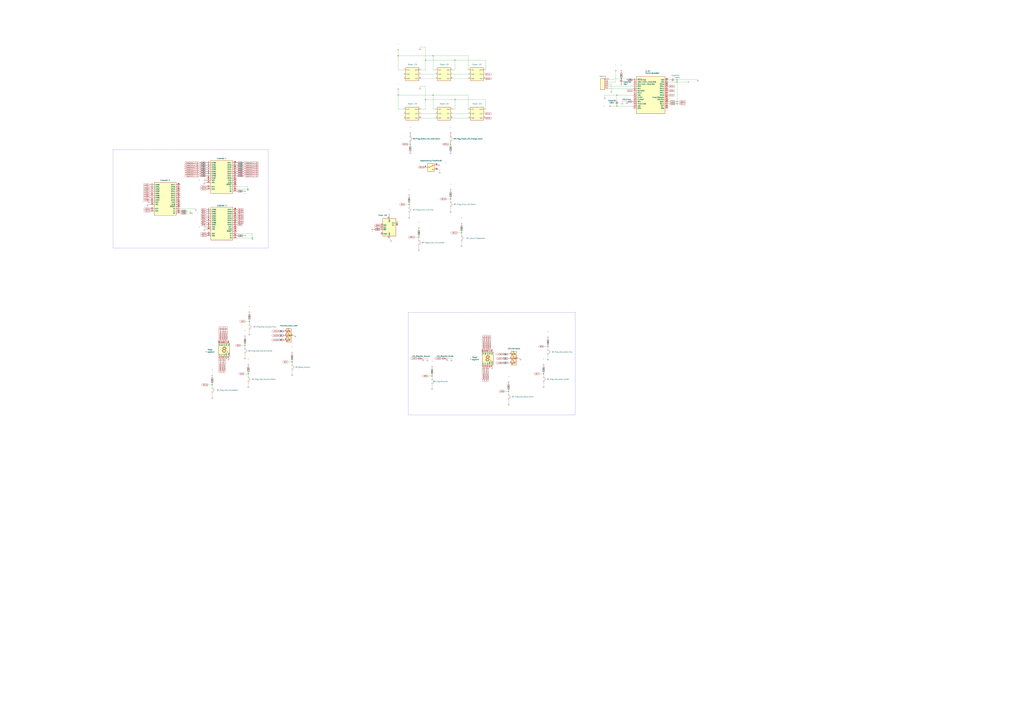
<source format=kicad_sch>
(kicad_sch (version 20211123) (generator eeschema)
  (paper "A0")
  (junction (at 631.19 434.34))
  (junction (at 462.28 110.49))
  (junction (at 502.92 64.77))
  (junction (at 523.24 167.64))
  (junction (at 476.25 167.64))
  (junction (at 502.92 110.49))
  (junction (at 474.98 237.49))
  (junction (at 721.36 91.44))
  (junction (at 786.13 118.11))
  (junction (at 523.24 231.14))
  (junction (at 339.09 420.37))
  (junction (at 528.32 115.57))
  (junction (at 486.41 275.59))
  (junction (at 293.116 276.3774))
  (junction (at 462.28 64.77))
  (junction (at 220.98 247.65))
  (junction (at 716.28 110.49))
  (junction (at 494.03 69.85))
  (junction (at 284.48 401.32))
  (junction (at 786.13 95.25))
  (junction (at 494.03 115.57))
  (junction (at 535.94 270.51))
  (junction (at 288.29 434.34))
  (junction (at 786.13 120.65))
  (junction (at 246.38 447.04))
  (junction (at 501.65 436.88))
  (junction (at 786.13 92.71))
  (junction (at 287.8328 219.6084))
  (junction (at 289.56 373.38))
  (junction (at 716.28 123.19))
  (junction (at 590.55 454.66))
  (junction (at 528.32 69.85))
  (junction (at 636.27 402.59))
  (wire (pts (xy 462.28 64.77) (xy 462.28 59.69)))
  (wire (pts (xy 810.26 92.71) (xy 786.13 92.71)))
  (wire (pts (xy 523.24 231.14) (xy 523.24 232.41)))
  (wire (pts (xy 209.55 242.57) (xy 227.33 242.57)))
  (wire (pts (xy 786.13 120.65) (xy 784.86 120.65)))
  (wire (pts (xy 716.28 110.49) (xy 716.28 116.84)))
  (polyline (pts (xy 311.3786 288.0614) (xy 131.2164 288.0614)))
  (wire (pts (xy 288.29 433.07) (xy 288.29 434.34)))
  (wire (pts (xy 706.12 92.71) (xy 712.47 92.71)))
  (wire (pts (xy 590.55 466.09) (xy 590.55 468.63)))
  (wire (pts (xy 494.03 54.61) (xy 494.03 69.85)))
  (wire (pts (xy 502.92 110.49) (xy 502.92 127)))
  (wire (pts (xy 525.78 91.44) (xy 543.56 91.44)))
  (wire (pts (xy 523.24 168.91) (xy 523.24 167.64)))
  (wire (pts (xy 275.336 276.3774) (xy 293.116 276.3774)))
  (wire (pts (xy 494.03 115.57) (xy 494.03 127)))
  (wire (pts (xy 217.17 245.11) (xy 220.98 245.11)))
  (wire (pts (xy 486.41 274.32) (xy 486.41 275.59)))
  (wire (pts (xy 715.01 83.82) (xy 715.01 95.25)))
  (polyline (pts (xy 311.3786 173.9138) (xy 311.3786 288.0614)))
  (wire (pts (xy 334.01 420.37) (xy 339.09 420.37)))
  (polyline (pts (xy 474.2434 362.9914) (xy 474.2434 482.0666)))
  (wire (pts (xy 474.98 236.22) (xy 474.98 237.49)))
  (wire (pts (xy 501.65 436.88) (xy 501.65 438.15)))
  (wire (pts (xy 709.93 97.79) (xy 709.93 105.41)))
  (wire (pts (xy 491.3122 416.4584) (xy 496.3922 416.4584)))
  (wire (pts (xy 339.09 420.37) (xy 339.09 421.64)))
  (wire (pts (xy 486.41 287.02) (xy 486.41 289.56)))
  (wire (pts (xy 523.24 242.57) (xy 523.24 245.11)))
  (wire (pts (xy 476.25 167.64) (xy 476.25 166.37)))
  (wire (pts (xy 287.8328 217.0684) (xy 287.8328 219.6084)))
  (wire (pts (xy 275.1328 219.6084) (xy 287.8328 219.6084)))
  (wire (pts (xy 284.48 400.05) (xy 284.48 401.32)))
  (wire (pts (xy 501.65 435.61) (xy 501.65 436.88)))
  (polyline (pts (xy 131.2164 173.9138) (xy 311.3786 173.9138)))
  (wire (pts (xy 289.56 373.38) (xy 289.56 374.65)))
  (wire (pts (xy 716.28 123.19) (xy 716.28 121.92)))
  (wire (pts (xy 488.95 86.36) (xy 505.46 86.36)))
  (wire (pts (xy 786.13 95.25) (xy 797.56 95.25)))
  (wire (pts (xy 528.32 115.57) (xy 494.03 115.57)))
  (wire (pts (xy 462.28 127) (xy 462.28 110.49)))
  (wire (pts (xy 528.32 81.28) (xy 528.32 69.85)))
  (wire (pts (xy 563.88 127) (xy 563.88 115.57)))
  (wire (pts (xy 523.24 229.87) (xy 523.24 231.14)))
  (wire (pts (xy 293.116 271.2974) (xy 293.116 276.3774)))
  (wire (pts (xy 631.19 445.77) (xy 631.19 448.31)))
  (wire (pts (xy 563.88 81.28) (xy 563.88 69.85)))
  (wire (pts (xy 786.13 95.25) (xy 786.13 118.11)))
  (wire (pts (xy 474.98 237.49) (xy 474.98 238.76)))
  (wire (pts (xy 510.54 199.39) (xy 510.54 196.85)))
  (wire (pts (xy 523.24 167.64) (xy 523.24 166.37)))
  (wire (pts (xy 468.63 81.28) (xy 462.28 81.28)))
  (wire (pts (xy 468.63 127) (xy 462.28 127)))
  (wire (pts (xy 788.67 118.11) (xy 786.13 118.11)))
  (wire (pts (xy 505.46 81.28) (xy 502.92 81.28)))
  (wire (pts (xy 476.25 168.91) (xy 476.25 167.64)))
  (wire (pts (xy 481.33 275.59) (xy 486.41 275.59)))
  (wire (pts (xy 590.55 454.66) (xy 590.55 455.93)))
  (wire (pts (xy 288.29 445.77) (xy 288.29 448.31)))
  (wire (pts (xy 284.48 412.75) (xy 284.48 415.29)))
  (wire (pts (xy 487.68 100.33) (xy 494.03 100.33)))
  (polyline (pts (xy 667.4358 362.712) (xy 667.7406 362.712)))
  (wire (pts (xy 626.11 434.34) (xy 631.19 434.34)))
  (wire (pts (xy 535.94 269.24) (xy 535.94 270.51)))
  (wire (pts (xy 488.95 132.08) (xy 505.46 132.08)))
  (wire (pts (xy 289.56 372.11) (xy 289.56 373.38)))
  (wire (pts (xy 462.28 81.28) (xy 462.28 64.77)))
  (wire (pts (xy 563.88 115.57) (xy 528.32 115.57)))
  (wire (pts (xy 502.92 64.77) (xy 543.56 64.77)))
  (wire (pts (xy 237.236 266.2174) (xy 239.776 266.2174)))
  (wire (pts (xy 488.95 91.44) (xy 505.46 91.44)))
  (wire (pts (xy 636.27 402.59) (xy 636.27 403.86)))
  (wire (pts (xy 520.7 167.64) (xy 523.24 167.64)))
  (wire (pts (xy 494.03 81.28) (xy 488.95 81.28)))
  (wire (pts (xy 528.32 127) (xy 528.32 115.57)))
  (wire (pts (xy 716.28 110.49) (xy 735.33 110.49)))
  (wire (pts (xy 486.41 275.59) (xy 486.41 276.86)))
  (wire (pts (xy 604.3422 416.4584) (xy 601.8022 416.4584)))
  (wire (pts (xy 590.55 411.48) (xy 591.82 411.48)))
  (wire (pts (xy 502.92 110.49) (xy 543.56 110.49)))
  (wire (pts (xy 709.93 123.19) (xy 716.28 123.19)))
  (wire (pts (xy 279.4 401.32) (xy 284.48 401.32)))
  (wire (pts (xy 217.17 247.65) (xy 220.98 247.65)))
  (wire (pts (xy 487.68 54.61) (xy 494.03 54.61)))
  (wire (pts (xy 727.71 118.11) (xy 722.63 118.11)))
  (wire (pts (xy 496.3922 417.7284) (xy 496.3922 416.4584)))
  (wire (pts (xy 275.1328 217.0684) (xy 287.8328 217.0684)))
  (wire (pts (xy 283.21 434.34) (xy 288.29 434.34)))
  (wire (pts (xy 275.336 271.2974) (xy 293.116 271.2974)))
  (wire (pts (xy 501.65 448.31) (xy 501.65 450.85)))
  (wire (pts (xy 519.2522 416.4584) (xy 524.3322 416.4584)))
  (wire (pts (xy 775.97 92.71) (xy 778.51 92.71)))
  (polyline (pts (xy 474.2434 482.0666) (xy 667.7406 482.0666)))
  (wire (pts (xy 246.38 458.47) (xy 246.38 461.01)))
  (wire (pts (xy 524.3322 417.7284) (xy 524.3322 416.4584)))
  (wire (pts (xy 284.48 401.32) (xy 284.48 402.59)))
  (wire (pts (xy 487.68 55.88) (xy 487.68 54.61)))
  (wire (pts (xy 722.63 119.38) (xy 722.63 118.11)))
  (wire (pts (xy 237.0328 211.9884) (xy 239.5728 211.9884)))
  (polyline (pts (xy 668.02 362.9914) (xy 474.2434 362.9914)))
  (wire (pts (xy 452.12 276.86) (xy 453.898 278.5618)))
  (wire (pts (xy 788.67 120.65) (xy 786.13 120.65)))
  (wire (pts (xy 543.56 81.28) (xy 543.56 64.77)))
  (wire (pts (xy 786.13 118.11) (xy 786.13 120.65)))
  (wire (pts (xy 590.55 416.56) (xy 591.82 416.56)))
  (wire (pts (xy 543.56 127) (xy 543.56 110.49)))
  (wire (pts (xy 786.13 92.71) (xy 786.13 95.25)))
  (wire (pts (xy 469.9 237.49) (xy 474.98 237.49)))
  (wire (pts (xy 474.98 248.92) (xy 474.98 251.46)))
  (wire (pts (xy 462.28 110.49) (xy 462.28 105.41)))
  (wire (pts (xy 706.12 95.25) (xy 715.01 95.25)))
  (wire (pts (xy 706.12 102.87) (xy 735.33 102.87)))
  (wire (pts (xy 721.36 91.44) (xy 727.71 91.44)))
  (wire (pts (xy 508 196.85) (xy 510.54 196.85)))
  (wire (pts (xy 631.19 433.07) (xy 631.19 434.34)))
  (wire (pts (xy 631.19 402.59) (xy 636.27 402.59)))
  (wire (pts (xy 716.28 123.19) (xy 735.33 123.19)))
  (wire (pts (xy 246.38 447.04) (xy 246.38 448.31)))
  (wire (pts (xy 528.32 69.85) (xy 494.03 69.85)))
  (wire (pts (xy 783.59 92.71) (xy 786.13 92.71)))
  (wire (pts (xy 502.92 64.77) (xy 502.92 81.28)))
  (wire (pts (xy 525.78 132.08) (xy 543.56 132.08)))
  (wire (pts (xy 339.09 419.1) (xy 339.09 420.37)))
  (wire (pts (xy 712.47 91.44) (xy 721.36 91.44)))
  (wire (pts (xy 525.78 86.36) (xy 543.56 86.36)))
  (polyline (pts (xy 131.2164 288.0614) (xy 131.2164 173.7106)))
  (wire (pts (xy 712.47 92.71) (xy 712.47 91.44)))
  (wire (pts (xy 727.71 91.44) (xy 727.71 92.71)))
  (wire (pts (xy 494.03 100.33) (xy 494.03 115.57)))
  (wire (pts (xy 535.94 281.94) (xy 535.94 284.48)))
  (wire (pts (xy 775.97 95.25) (xy 786.13 95.25)))
  (wire (pts (xy 706.12 100.33) (xy 735.33 100.33)))
  (wire (pts (xy 590.55 421.64) (xy 591.82 421.64)))
  (wire (pts (xy 786.13 118.11) (xy 784.86 118.11)))
  (wire (pts (xy 631.19 434.34) (xy 631.19 435.61)))
  (wire (pts (xy 525.78 127) (xy 528.32 127)))
  (wire (pts (xy 241.3 447.04) (xy 246.38 447.04)))
  (wire (pts (xy 487.68 101.6) (xy 487.68 100.33)))
  (wire (pts (xy 246.38 445.77) (xy 246.38 447.04)))
  (wire (pts (xy 171.45 237.49) (xy 173.99 237.49)))
  (wire (pts (xy 494.03 69.85) (xy 494.03 81.28)))
  (wire (pts (xy 530.86 270.51) (xy 535.94 270.51)))
  (wire (pts (xy 488.95 137.16) (xy 505.46 137.16)))
  (wire (pts (xy 702.31 110.49) (xy 716.28 110.49)))
  (wire (pts (xy 220.98 245.11) (xy 220.98 247.65)))
  (wire (pts (xy 462.28 64.77) (xy 502.92 64.77)))
  (wire (pts (xy 339.09 431.8) (xy 339.09 434.34)))
  (wire (pts (xy 702.31 113.03) (xy 702.31 110.49)))
  (wire (pts (xy 525.78 81.28) (xy 528.32 81.28)))
  (wire (pts (xy 494.03 127) (xy 488.95 127)))
  (wire (pts (xy 289.56 384.81) (xy 289.56 387.35)))
  (wire (pts (xy 636.27 414.02) (xy 636.27 416.56)))
  (wire (pts (xy 518.16 231.14) (xy 523.24 231.14)))
  (wire (pts (xy 288.29 434.34) (xy 288.29 435.61)))
  (polyline (pts (xy 667.7406 482.0666) (xy 667.7406 362.712)))
  (wire (pts (xy 777.24 120.65) (xy 775.97 120.65)))
  (wire (pts (xy 590.55 453.39) (xy 590.55 454.66)))
  (wire (pts (xy 473.71 167.64) (xy 476.25 167.64)))
  (wire (pts (xy 525.78 137.16) (xy 543.56 137.16)))
  (wire (pts (xy 462.28 110.49) (xy 502.92 110.49)))
  (wire (pts (xy 777.24 118.11) (xy 775.97 118.11)))
  (wire (pts (xy 706.12 97.79) (xy 709.93 97.79)))
  (wire (pts (xy 585.47 454.66) (xy 590.55 454.66)))
  (wire (pts (xy 342.9 389.89) (xy 340.36 389.89)))
  (wire (pts (xy 563.88 69.85) (xy 528.32 69.85)))
  (wire (pts (xy 535.94 270.51) (xy 535.94 271.78)))
  (polyline (pts (xy 131.2164 173.7106) (xy 131.6228 173.7106)))
  (wire (pts (xy 505.46 127) (xy 502.92 127)))
  (wire (pts (xy 496.57 436.88) (xy 501.65 436.88)))
  (wire (pts (xy 284.48 373.38) (xy 289.56 373.38)))
  (wire (pts (xy 636.27 401.32) (xy 636.27 402.59)))
  (global_label "LED6" (shape output) (at 582.93 411.48 180) (property "Intersheet References" "${INTERSHEET_REFS}" (effects hide)))
  (global_label "CKL2" (shape output) (at 563.88 132.08 0) (property "Intersheet References" "${INTERSHEET_REFS}" (effects hide)))
  (global_label "7segment_2 D2" (shape output) (at 568.7822 406.2984 90) (property "Intersheet References" "${INTERSHEET_REFS}" (effects hide)))
  (global_label "7segment_2 G2" (shape input) (at 282.7528 204.3684 0) (property "Intersheet References" "${INTERSHEET_REFS}" (effects hide)))
  (global_label "SDA1" (shape output) (at 441.96 261.62 180) (property "Intersheet References" "${INTERSHEET_REFS}" (effects hide)))
  (global_label "SCL1" (shape input) (at 788.67 120.65 0) (property "Intersheet References" "${INTERSHEET_REFS}" (effects hide)))
  (global_label "BP6" (shape output) (at 631.19 402.59 180) (property "Intersheet References" "${INTERSHEET_REFS}" (effects hide)))
  (global_label "7segment_1 D1" (shape output) (at 262.89 396.24 90) (property "Intersheet References" "${INTERSHEET_REFS}" (effects hide)))
  (global_label "BP2" (shape input) (at 239.776 245.8974 180) (property "Intersheet References" "${INTERSHEET_REFS}" (effects hide)))
  (global_label "BP12" (shape input) (at 275.336 253.5174 0) (property "Intersheet References" "${INTERSHEET_REFS}" (effects hide)))
  (global_label "LED2" (shape input) (at 173.99 217.17 180) (property "Intersheet References" "${INTERSHEET_REFS}" (effects hide)))
  (global_label "SCL1" (shape output) (at 239.5728 219.6084 180) (property "Intersheet References" "${INTERSHEET_REFS}" (effects hide)))
  (global_label "7segment_1 D1" (shape input) (at 231.9528 196.7484 180) (property "Intersheet References" "${INTERSHEET_REFS}" (effects hide)))
  (global_label "LED1" (shape input) (at 173.99 214.63 180) (property "Intersheet References" "${INTERSHEET_REFS}" (effects hide)))
  (global_label "LED3" (shape output) (at 322.58 394.97 180) (property "Intersheet References" "${INTERSHEET_REFS}" (effects hide)))
  (global_label "LED1" (shape output) (at 322.58 384.81 180) (property "Intersheet References" "${INTERSHEET_REFS}" (effects hide)))
  (global_label "7segment_1 F1" (shape input) (at 231.9528 201.8284 180) (property "Intersheet References" "${INTERSHEET_REFS}" (effects hide)))
  (global_label "7segment_1 G1" (shape input) (at 231.9528 204.3684 180) (property "Intersheet References" "${INTERSHEET_REFS}" (effects hide)))
  (global_label "7segment_2 F2" (shape output) (at 563.7022 426.6184 270) (property "Intersheet References" "${INTERSHEET_REFS}" (effects hide)))
  (global_label "LED2" (shape output) (at 322.58 389.89 180) (property "Intersheet References" "${INTERSHEET_REFS}" (effects hide)))
  (global_label "LED8" (shape input) (at 173.99 232.41 180) (property "Intersheet References" "${INTERSHEET_REFS}" (effects hide)))
  (global_label "SCL1" (shape output) (at 239.776 273.8374 180) (property "Intersheet References" "${INTERSHEET_REFS}" (effects hide)))
  (global_label "SCL1" (shape output) (at 173.99 245.11 180) (property "Intersheet References" "${INTERSHEET_REFS}" (effects hide)))
  (global_label "LED7" (shape input) (at 173.99 229.87 180) (property "Intersheet References" "${INTERSHEET_REFS}" (effects hide)))
  (global_label "7segment_2 D2" (shape input) (at 282.7528 196.7484 0) (property "Intersheet References" "${INTERSHEET_REFS}" (effects hide)))
  (global_label "BP14" (shape input) (at 275.336 248.4374 0) (property "Intersheet References" "${INTERSHEET_REFS}" (effects hide)))
  (global_label "7segment_1 C1" (shape input) (at 231.9528 194.2084 180) (property "Intersheet References" "${INTERSHEET_REFS}" (effects hide)))
  (global_label "7segment_1 B1" (shape output) (at 257.81 396.24 90) (property "Intersheet References" "${INTERSHEET_REFS}" (effects hide)))
  (global_label "LED4" (shape output) (at 483.6922 416.4584 180) (property "Intersheet References" "${INTERSHEET_REFS}" (effects hide)))
  (global_label "BP9" (shape output) (at 469.9 237.49 180) (property "Intersheet References" "${INTERSHEET_REFS}" (effects hide)))
  (global_label "SDA1" (shape input) (at 788.67 118.11 0) (property "Intersheet References" "${INTERSHEET_REFS}" (effects hide)))
  (global_label "BP3" (shape output) (at 283.21 434.34 180) (property "Intersheet References" "${INTERSHEET_REFS}" (effects hide)))
  (global_label "7segment_1 A1" (shape output) (at 255.27 396.24 90) (property "Intersheet References" "${INTERSHEET_REFS}" (effects hide)))
  (global_label "SDO1" (shape input) (at 775.97 105.41 0) (property "Intersheet References" "${INTERSHEET_REFS}" (effects hide)))
  (global_label "BP7" (shape input) (at 239.776 258.5974 180) (property "Intersheet References" "${INTERSHEET_REFS}" (effects hide)))
  (global_label "SDO1" (shape output) (at 563.88 91.44 0) (property "Intersheet References" "${INTERSHEET_REFS}" (effects hide)))
  (global_label "BP1" (shape output) (at 284.48 373.38 180) (property "Intersheet References" "${INTERSHEET_REFS}" (effects hide)))
  (global_label "BP5" (shape input) (at 239.776 253.5174 180) (property "Intersheet References" "${INTERSHEET_REFS}" (effects hide)))
  (global_label "BP9" (shape input) (at 275.336 261.1374 0) (property "Intersheet References" "${INTERSHEET_REFS}" (effects hide)))
  (global_label "LED6" (shape input) (at 173.99 227.33 180) (property "Intersheet References" "${INTERSHEET_REFS}" (effects hide)))
  (global_label "7segment_2 E2" (shape input) (at 282.7528 199.2884 0) (property "Intersheet References" "${INTERSHEET_REFS}" (effects hide)))
  (global_label "BP13" (shape input) (at 275.336 250.9774 0) (property "Intersheet References" "${INTERSHEET_REFS}" (effects hide)))
  (global_label "BP15" (shape input) (at 275.336 245.8974 0) (property "Intersheet References" "${INTERSHEET_REFS}" (effects hide)))
  (global_label "BP13" (shape output) (at 492.76 194.31 180) (property "Intersheet References" "${INTERSHEET_REFS}" (effects hide)))
  (global_label "BP3" (shape input) (at 239.776 248.4374 180) (property "Intersheet References" "${INTERSHEET_REFS}" (effects hide)))
  (global_label "BP11" (shape output) (at 481.33 275.59 180) (property "Intersheet References" "${INTERSHEET_REFS}" (effects hide)))
  (global_label "7segment_2 B2" (shape output) (at 563.7022 406.2984 90) (property "Intersheet References" "${INTERSHEET_REFS}" (effects hide)))
  (global_label "7segment_1 F1" (shape output) (at 257.81 416.56 270) (property "Intersheet References" "${INTERSHEET_REFS}" (effects hide)))
  (global_label "BP6" (shape input) (at 239.776 256.0574 180) (property "Intersheet References" "${INTERSHEET_REFS}" (effects hide)))
  (global_label "LED8" (shape output) (at 582.93 421.64 180) (property "Intersheet References" "${INTERSHEET_REFS}" (effects hide)))
  (global_label "7segment_2 A2" (shape output) (at 561.1622 406.2984 90) (property "Intersheet References" "${INTERSHEET_REFS}" (effects hide)))
  (global_label "SDA1" (shape output) (at 239.5728 217.0684 180) (property "Intersheet References" "${INTERSHEET_REFS}" (effects hide)))
  (global_label "BP11" (shape input) (at 275.336 256.0574 0) (property "Intersheet References" "${INTERSHEET_REFS}" (effects hide)))
  (global_label "BP5" (shape output) (at 496.57 436.88 180) (property "Intersheet References" "${INTERSHEET_REFS}" (effects hide)))
  (global_label "BP4" (shape input) (at 239.776 250.9774 180) (property "Intersheet References" "${INTERSHEET_REFS}" (effects hide)))
  (global_label "BP4" (shape output) (at 334.01 420.37 180) (property "Intersheet References" "${INTERSHEET_REFS}" (effects hide)))
  (global_label "BP7" (shape output) (at 626.11 434.34 180) (property "Intersheet References" "${INTERSHEET_REFS}" (effects hide)))
  (global_label "BP16" (shape input) (at 275.336 243.3574 0) (property "Intersheet References" "${INTERSHEET_REFS}" (effects hide)))
  (global_label "7segment_1 G1" (shape output) (at 260.35 416.56 270) (property "Intersheet References" "${INTERSHEET_REFS}" (effects hide)))
  (global_label "SDO2" (shape output) (at 563.88 137.16 0) (property "Intersheet References" "${INTERSHEET_REFS}" (effects hide)))
  (global_label "SDA1" (shape output) (at 239.776 271.2974 180) (property "Intersheet References" "${INTERSHEET_REFS}" (effects hide)))
  (global_label "7segment_1 E1" (shape output) (at 255.27 416.56 270) (property "Intersheet References" "${INTERSHEET_REFS}" (effects hide)))
  (global_label "BP10" (shape output) (at 518.16 231.14 180) (property "Intersheet References" "${INTERSHEET_REFS}" (effects hide)))
  (global_label "BP8" (shape input) (at 239.776 261.1374 180) (property "Intersheet References" "${INTERSHEET_REFS}" (effects hide)))
  (global_label "7segment_1 B1" (shape input) (at 231.9528 191.6684 180) (property "Intersheet References" "${INTERSHEET_REFS}" (effects hide)))
  (global_label "7segment_2 C2" (shape input) (at 282.7528 194.2084 0) (property "Intersheet References" "${INTERSHEET_REFS}" (effects hide)))
  (global_label "LED7" (shape output) (at 582.93 416.56 180) (property "Intersheet References" "${INTERSHEET_REFS}" (effects hide)))
  (global_label "BP8" (shape output) (at 585.47 454.66 180) (property "Intersheet References" "${INTERSHEET_REFS}" (effects hide)))
  (global_label "LED5" (shape input) (at 173.99 224.79 180) (property "Intersheet References" "${INTERSHEET_REFS}" (effects hide)))
  (global_label "CKL1" (shape input) (at 775.97 110.49 0) (property "Intersheet References" "${INTERSHEET_REFS}" (effects hide)))
  (global_label "BP16" (shape output) (at 241.3 447.04 180) (property "Intersheet References" "${INTERSHEET_REFS}" (effects hide)))
  (global_label "CKL2" (shape input) (at 735.33 105.41 180) (property "Intersheet References" "${INTERSHEET_REFS}" (effects hide)))
  (global_label "BP1" (shape input) (at 239.776 243.3574 180) (property "Intersheet References" "${INTERSHEET_REFS}" (effects hide)))
  (global_label "7segment_2 A2" (shape input) (at 282.7528 189.1284 0) (property "Intersheet References" "${INTERSHEET_REFS}" (effects hide)))
  (global_label "7segment_1 E1" (shape input) (at 231.9528 199.2884 180) (property "Intersheet References" "${INTERSHEET_REFS}" (effects hide)))
  (global_label "7segment_2 F2" (shape input) (at 282.7528 201.8284 0) (property "Intersheet References" "${INTERSHEET_REFS}" (effects hide)))
  (global_label "7segment_2 C2" (shape output) (at 566.2422 406.2984 90) (property "Intersheet References" "${INTERSHEET_REFS}" (effects hide)))
  (global_label "SDO2" (shape input) (at 775.97 100.33 0) (property "Intersheet References" "${INTERSHEET_REFS}" (effects hide)))
  (global_label "BP2" (shape output) (at 279.4 401.32 180) (property "Intersheet References" "${INTERSHEET_REFS}" (effects hide)))
  (global_label "LED3" (shape input) (at 173.99 219.71 180) (property "Intersheet References" "${INTERSHEET_REFS}" (effects hide)))
  (global_label "BP15" (shape output) (at 473.71 167.64 180) (property "Intersheet References" "${INTERSHEET_REFS}" (effects hide)))
  (global_label "BP14" (shape output) (at 520.7 167.64 180) (property "Intersheet References" "${INTERSHEET_REFS}" (effects hide)))
  (global_label "SCL1" (shape output) (at 441.96 264.16 180) (property "Intersheet References" "${INTERSHEET_REFS}" (effects hide)))
  (global_label "LED5" (shape output) (at 511.6322 416.4584 180) (property "Intersheet References" "${INTERSHEET_REFS}" (effects hide)))
  (global_label "7segment_2 G2" (shape output) (at 566.2422 426.6184 270) (property "Intersheet References" "${INTERSHEET_REFS}" (effects hide)))
  (global_label "7segment_1 A1" (shape input) (at 231.9528 189.1284 180) (property "Intersheet References" "${INTERSHEET_REFS}" (effects hide)))
  (global_label "CKL1" (shape output) (at 563.88 86.36 0) (property "Intersheet References" "${INTERSHEET_REFS}" (effects hide)))
  (global_label "BP10" (shape input) (at 275.336 258.5974 0) (property "Intersheet References" "${INTERSHEET_REFS}" (effects hide)))
  (global_label "7segment_2 E2" (shape output) (at 561.1622 426.6184 270) (property "Intersheet References" "${INTERSHEET_REFS}" (effects hide)))
  (global_label "LED4" (shape input) (at 173.99 222.25 180) (property "Intersheet References" "${INTERSHEET_REFS}" (effects hide)))
  (global_label "7segment_1 C1" (shape output) (at 260.35 396.24 90) (property "Intersheet References" "${INTERSHEET_REFS}" (effects hide)))
  (global_label "BP12" (shape output) (at 530.86 270.51 180) (property "Intersheet References" "${INTERSHEET_REFS}" (effects hide)))
  (global_label "7segment_2 B2" (shape input) (at 282.7528 191.6684 0) (property "Intersheet References" "${INTERSHEET_REFS}" (effects hide)))
  (global_label "SDA1" (shape output) (at 173.99 242.57 180) (property "Intersheet References" "${INTERSHEET_REFS}" (effects hide)))
  (symbol (lib_id "power:Earth") (at 571.3222 426.6184 0) (unit 1)
    (property "Reference" "#PWR0101" (effects hide))
    (property "Value" "Earth" (effects hide))
  )
  (symbol (lib_name "HDSP-7801_1") (lib_id "Display_Character:HDSP-7801") (at 260.35 406.4 0) (unit 1)
    (property "Reference" "7Seg1" (at 243.84 406.4 0))
    (property "Value" "7 segment" (at 243.84 408.94 0))
  )
  (symbol (lib_id "power:+3.3V") (at 339.09 411.48 0) (unit 1)
    (property "Reference" "#PWR?" (effects hide))
    (property "Value" "+3.3V" (at 339.09 402.59 90) (effects (justify right)))
  )
  (symbol (lib_id "Device:R") (at 278.9428 204.3684 270) (unit 1)
    (property "Reference" "R?" (effects hide))
    (property "Value" "120" (at 278.9428 204.3684 90))
  )
  (symbol (lib_id "Driver_LED:HV9931LG-G") (at 515.62 132.08 0) (unit 1)
    (property "Reference" "U?" (effects hide))
    (property "Value" "Ruban LED" (at 510.54 120.65 0) (effects (justify left)))
  )
  (symbol (lib_id "Switch:SW_Push") (at 284.48 407.67 270) (unit 1)
    (property "Reference" "Bouton?" (effects hide))
    (property "Value" "BP_Prog_Etat_Courant_Valide" (at 302.26 407.67 90))
  )
  (symbol (lib_id "power:Earth") (at 604.3422 416.4584 0) (mirror y) (unit 1)
    (property "Reference" "#PWR0104" (effects hide))
    (property "Value" "Earth" (effects hide))
  )
  (symbol (lib_id "power:+3.3V") (at 246.38 438.15 0) (unit 1)
    (property "Reference" "#PWR?" (effects hide))
    (property "Value" "+3.3V" (at 246.38 429.26 90) (effects (justify right)))
  )
  (symbol (lib_id "Switch:SW_Push") (at 289.56 379.73 270) (unit 1)
    (property "Reference" "Bouton?" (effects hide))
    (property "Value" "BP_Prog_Etat_Courant_Plus" (at 307.34 379.73 90))
  )
  (symbol (lib_id "power:Earth") (at 535.94 284.48 0) (mirror y) (unit 1)
    (property "Reference" "#PWR?" (effects hide))
    (property "Value" "Earth" (effects hide))
  )
  (symbol (lib_id "power:+3.3V") (at 715.01 83.82 0) (unit 1)
    (property "Reference" "#PWR?" (effects hide))
    (property "Value" "+3.3V" (at 715.01 74.93 90) (effects (justify right)))
  )
  (symbol (lib_id "Device:R") (at 486.41 270.51 180) (unit 1)
    (property "Reference" "R?" (effects hide))
    (property "Value" "10k" (at 486.41 270.51 90))
  )
  (symbol (lib_id "power:Earth") (at 288.29 448.31 0) (mirror y) (unit 1)
    (property "Reference" "#PWR?" (effects hide))
    (property "Value" "Earth" (effects hide))
  )
  (symbol (lib_id "power:Earth") (at 486.41 289.56 0) (mirror y) (unit 1)
    (property "Reference" "#PWR?" (effects hide))
    (property "Value" "Earth" (effects hide))
  )
  (symbol (lib_id "power:+3.3V") (at 501.65 427.99 0) (unit 1)
    (property "Reference" "#PWR?" (effects hide))
    (property "Value" "+3.3V" (at 501.65 419.1 90) (effects (justify right)))
  )
  (symbol (lib_id "Device:C_Small") (at 721.36 93.98 0) (unit 1)
    (property "Reference" "10µF" (at 723.9 97.79 0) (effects (justify left)))
    (property "Value" "Capacitor" (at 723.9 95.25 0) (effects (justify left)))
  )
  (symbol (lib_id "Interface_Expansion:MCP23017_SO") (at 257.556 263.6774 0) (unit 1)
    (property "Reference" "U?" (effects hide))
    (property "Value" "Expander 2" (at 257.556 238.76 0))
  )
  (symbol (lib_id "Switch:SW_Push") (at 636.27 408.94 270) (unit 1)
    (property "Reference" "Bouton?" (effects hide))
    (property "Value" "BP_Prog_Etat_Apres_Plus" (at 652.78 408.94 90))
  )
  (symbol (lib_id "Device:R") (at 586.74 411.48 90) (unit 1)
    (property "Reference" "R3" (effects hide))
    (property "Value" "65" (at 586.74 411.48 90))
  )
  (symbol (lib_id "power:Earth") (at 810.26 92.71 0) (unit 1)
    (property "Reference" "#PWR?" (effects hide))
    (property "Value" "Earth" (effects hide))
  )
  (symbol (lib_id "Switch:SW_Push") (at 246.38 453.39 270) (unit 1)
    (property "Reference" "Bouton2" (effects hide))
    (property "Value" "BP_Prog_Etat_Acceptation" (at 264.16 453.39 90))
  )
  (symbol (lib_id "Device:R") (at 535.94 265.43 180) (unit 1)
    (property "Reference" "R?" (effects hide))
    (property "Value" "10k" (at 535.94 265.43 90))
  )
  (symbol (lib_id "Driver_LED:HV9931LG-G") (at 553.72 132.08 0) (unit 1)
    (property "Reference" "U?" (effects hide))
    (property "Value" "Ruban LED" (at 548.64 120.65 0) (effects (justify left)))
  )
  (symbol (lib_id "Device:R") (at 213.36 247.65 270) (unit 1)
    (property "Reference" "R?" (effects hide))
    (property "Value" "10k" (at 213.36 247.65 90))
  )
  (symbol (lib_id "power:+3.3V") (at 173.99 234.95 90) (mirror x) (unit 1)
    (property "Reference" "#PWR0129" (effects hide))
    (property "Value" "+3.3V" (at 165.1 234.95 90) (effects (justify right)))
  )
  (symbol (lib_id "power:Earth") (at 339.09 434.34 0) (mirror y) (unit 1)
    (property "Reference" "#PWR?" (effects hide))
    (property "Value" "Earth" (effects hide))
  )
  (symbol (lib_id "power:Earth") (at 293.116 276.3774 0) (unit 1)
    (property "Reference" "#PWR0122" (effects hide))
    (property "Value" "Earth" (effects hide))
  )
  (symbol (lib_id "power:Earth") (at 487.68 101.6 0) (mirror y) (unit 1)
    (property "Reference" "#PWR?" (effects hide))
    (property "Value" "Earth" (effects hide))
  )
  (symbol (lib_id "MCU_Microchip_PIC16:PIC16F73-ISP") (at 755.65 110.49 0) (unit 1)
    (property "Reference" "U=5V" (at 749.3 82.55 0) (effects (justify left)))
    (property "Value" "PIC24FJ64GA002" (at 749.3 85.09 0) (effects (justify left)))
  )
  (symbol (lib_id "Device:R") (at 235.7628 204.3684 270) (unit 1)
    (property "Reference" "R?" (effects hide))
    (property "Value" "120" (at 235.7628 204.3684 90))
  )
  (symbol (lib_id "power:Earth") (at 284.48 415.29 0) (mirror y) (unit 1)
    (property "Reference" "#PWR?" (effects hide))
    (property "Value" "Earth" (effects hide))
  )
  (symbol (lib_id "Device:R") (at 235.7628 189.1284 270) (unit 1)
    (property "Reference" "R" (effects hide))
    (property "Value" "120" (at 235.7628 189.1284 90))
  )
  (symbol (lib_id "power:+3.3V") (at 535.94 261.62 0) (unit 1)
    (property "Reference" "#PWR?" (effects hide))
    (property "Value" "+3.3V" (at 535.94 252.73 90) (effects (justify right)))
  )
  (symbol (lib_id "Driver_LED:HV9931LG-G") (at 553.72 86.36 0) (unit 1)
    (property "Reference" "U?" (effects hide))
    (property "Value" "Ruban LED" (at 548.64 74.93 0) (effects (justify left)))
  )
  (symbol (lib_id "power:Earth") (at 453.898 278.5618 0) (unit 1)
    (property "Reference" "#PWR0111" (effects hide))
    (property "Value" "Earth" (effects hide))
  )
  (symbol (lib_id "power:+3.3V") (at 523.24 222.25 0) (unit 1)
    (property "Reference" "#PWR?" (effects hide))
    (property "Value" "+3.3V" (at 523.24 213.36 90) (effects (justify right)))
  )
  (symbol (lib_id "power:Earth") (at 237.0328 211.9884 0) (unit 1)
    (property "Reference" "#PWR0119" (effects hide))
    (property "Value" "Earth" (effects hide))
  )
  (symbol (lib_id "power:Earth") (at 474.98 251.46 0) (mirror y) (unit 1)
    (property "Reference" "#PWR?" (effects hide))
    (property "Value" "Earth" (effects hide))
  )
  (symbol (lib_id "Device:R") (at 278.9428 199.2884 270) (unit 1)
    (property "Reference" "R?" (effects hide))
    (property "Value" "120" (at 278.9428 199.2884 90))
  )
  (symbol (lib_id "Switch:SW_Push") (at 474.98 243.84 270) (unit 1)
    (property "Reference" "Bouton?" (effects hide))
    (property "Value" "BP_Prog_Ecran_LCD_Plus" (at 491.49 243.84 90))
  )
  (symbol (lib_id "power:+3.3V") (at 797.56 95.25 270) (unit 1)
    (property "Reference" "#PWR?" (effects hide))
    (property "Value" "+3.3V" (at 806.45 95.25 90) (effects (justify right)))
  )
  (symbol (lib_id "Switch:SW_Push") (at 631.19 440.69 270) (unit 1)
    (property "Reference" "Bouton?" (effects hide))
    (property "Value" "BP_Prog_Etat_Apres_Valide" (at 647.7 440.69 90))
  )
  (symbol (lib_id "Device:R") (at 721.36 87.63 180) (unit 1)
    (property "Reference" "R?" (effects hide))
    (property "Value" "10k" (at 721.36 87.63 90))
  )
  (symbol (lib_id "Switch:SW_Push") (at 590.55 461.01 270) (unit 1)
    (property "Reference" "Bouton?" (effects hide))
    (property "Value" "BP_Prog_Etat_Apres_Moins" (at 607.06 461.01 90))
  )
  (symbol (lib_id "Driver_LED:HV9931LG-G") (at 515.62 86.36 0) (unit 1)
    (property "Reference" "U?" (effects hide))
    (property "Value" "Ruban LED" (at 510.54 74.93 0) (effects (justify left)))
  )
  (symbol (lib_id "Switch:SW_Push") (at 501.65 443.23 270) (unit 1)
    (property "Reference" "Bouton?" (effects hide))
    (property "Value" "BP_Chg_Direction" (at 511.81 443.23 90))
  )
  (symbol (lib_id "Device:R") (at 586.74 416.56 90) (unit 1)
    (property "Reference" "R?" (effects hide))
    (property "Value" "65" (at 586.74 416.56 90))
  )
  (symbol (lib_id "Device:LED_RGBK") (at 596.7222 416.4584 0) (mirror y) (unit 1)
    (property "Reference" "D?" (effects hide))
    (property "Value" "LED_Etat_Apres" (at 596.7222 405.0284 0))
  )
  (symbol (lib_id "Device:R") (at 235.7628 194.2084 270) (unit 1)
    (property "Reference" "R?" (effects hide))
    (property "Value" "120" (at 235.7628 194.2084 90))
  )
  (symbol (lib_id "Connector:XLR3_Switched") (at 500.38 194.31 0) (unit 2)
    (property "Reference" "ModeContinue/PasAPas?" (at 500.38 186.69 0))
    (property "Value" "Levier" (effects hide))
    (property "Datasheet" " ~" (effects hide))
  )
  (symbol (lib_id "power:+3.3V") (at 474.98 228.6 0) (unit 1)
    (property "Reference" "#PWR?" (effects hide))
    (property "Value" "+3.3V" (at 474.98 219.71 90) (effects (justify right)))
  )
  (symbol (lib_id "power:Earth") (at 342.9 389.89 0) (mirror y) (unit 1)
    (property "Reference" "#PWR0110" (effects hide))
    (property "Value" "Earth" (effects hide))
  )
  (symbol (lib_id "Device:R") (at 438.15 266.7 90) (mirror x) (unit 1)
    (property "Reference" "R?" (effects hide))
    (property "Value" "10k" (at 438.15 266.7 90))
  )
  (symbol (lib_id "power:Earth") (at 636.27 416.56 0) (mirror y) (unit 1)
    (property "Reference" "#PWR?" (effects hide))
    (property "Value" "Earth" (effects hide))
  )
  (symbol (lib_id "Device:R") (at 235.7628 201.8284 270) (unit 1)
    (property "Reference" "R?" (effects hide))
    (property "Value" "120" (at 235.7628 201.8284 90))
  )
  (symbol (lib_id "power:+3.3V") (at 239.5728 209.4484 90) (mirror x) (unit 1)
    (property "Reference" "#PWR0120" (effects hide))
    (property "Value" "+3.3V" (at 230.6828 209.4484 90) (effects (justify right)))
  )
  (symbol (lib_id "power:+3.3V") (at 523.24 156.21 0) (unit 1)
    (property "Reference" "#PWR?" (effects hide))
    (property "Value" "+3.3V" (at 523.24 147.32 90) (effects (justify right)))
  )
  (symbol (lib_id "Device:R") (at 631.19 429.26 180) (unit 1)
    (property "Reference" "R?" (effects hide))
    (property "Value" "10k" (at 631.19 429.26 90))
  )
  (symbol (lib_id "Device:R") (at 213.36 245.11 270) (unit 1)
    (property "Reference" "R?" (effects hide))
    (property "Value" "10k" (at 213.36 245.11 90))
  )
  (symbol (lib_id "power:Earth") (at 524.3322 417.7284 0) (mirror y) (unit 1)
    (property "Reference" "#PWR0136" (effects hide))
    (property "Value" "Earth" (effects hide))
  )
  (symbol (lib_id "power:Earth") (at 722.63 119.38 0) (unit 1)
    (property "Reference" "#PWR?" (effects hide))
    (property "Value" "Earth" (effects hide))
  )
  (symbol (lib_id "Device:R") (at 326.39 384.81 90) (unit 1)
    (property "Reference" "R?" (effects hide))
    (property "Value" "65" (at 326.39 384.81 90))
  )
  (symbol (lib_id "power:Earth") (at 631.19 448.31 0) (mirror y) (unit 1)
    (property "Reference" "#PWR?" (effects hide))
    (property "Value" "Earth" (effects hide))
  )
  (symbol (lib_id "power:Earth") (at 237.236 266.2174 0) (unit 1)
    (property "Reference" "#PWR0124" (effects hide))
    (property "Value" "Earth" (effects hide))
  )
  (symbol (lib_id "power:+3.3V") (at 289.56 364.49 0) (unit 1)
    (property "Reference" "#PWR?" (effects hide))
    (property "Value" "+3.3V" (at 289.56 355.6 90) (effects (justify right)))
  )
  (symbol (lib_id "Device:R") (at 278.9428 194.2084 270) (unit 1)
    (property "Reference" "R?" (effects hide))
    (property "Value" "120" (at 278.9428 194.2084 90))
  )
  (symbol (lib_id "power:+3.3V") (at 636.27 393.7 0) (unit 1)
    (property "Reference" "#PWR?" (effects hide))
    (property "Value" "+3.3V" (at 636.27 384.81 90) (effects (justify right)))
  )
  (symbol (lib_id "Device:R") (at 731.52 92.71 90) (unit 1)
    (property "Reference" "R?" (effects hide))
    (property "Value" "200" (at 731.52 92.71 90))
  )
  (symbol (lib_id "Interface_Expansion:MCP23017_SO") (at 257.3528 209.4484 0) (unit 1)
    (property "Reference" "U?" (effects hide))
    (property "Value" "Expander 1" (at 257.3528 184.15 0))
  )
  (symbol (lib_id "Device:R") (at 279.146 273.8374 270) (unit 1)
    (property "Reference" "R?" (effects hide))
    (property "Value" "10k" (at 279.146 273.8374 90))
  )
  (symbol (lib_id "Device:R") (at 326.39 389.89 90) (unit 1)
    (property "Reference" "R?" (effects hide))
    (property "Value" "65" (at 326.39 389.89 90))
  )
  (symbol (lib_id "power:Earth") (at 590.55 468.63 0) (mirror y) (unit 1)
    (property "Reference" "#PWR?" (effects hide))
    (property "Value" "Earth" (effects hide))
  )
  (symbol (lib_id "Device:R") (at 278.9428 222.1484 270) (unit 1)
    (property "Reference" "R?" (effects hide))
    (property "Value" "10k" (at 278.9428 222.1484 90))
  )
  (symbol (lib_id "power:Earth") (at 496.3922 417.7284 0) (mirror y) (unit 1)
    (property "Reference" "#PWR0133" (effects hide))
    (property "Value" "Earth" (effects hide))
  )
  (symbol (lib_id "Device:R") (at 474.98 232.41 180) (unit 1)
    (property "Reference" "R?" (effects hide))
    (property "Value" "10k" (at 474.98 232.41 90))
  )
  (symbol (lib_id "Switch:SW_Push") (at 339.09 426.72 270) (unit 1)
    (property "Reference" "Bouton1" (effects hide))
    (property "Value" "BP_Reset_Courant" (at 351.79 426.72 90))
  )
  (symbol (lib_id "Device:LED_RGBK") (at 335.28 389.89 0) (mirror y) (unit 1)
    (property "Reference" "D?" (effects hide))
    (property "Value" "LED_Etat_Avant_Letter" (at 335.28 378.46 0))
  )
  (symbol (lib_id "Device:LED") (at 487.5022 416.4584 0) (mirror y) (unit 1)
    (property "Reference" "D?" (effects hide))
    (property "Value" "LED_Direction_Gauche" (at 488.7722 413.9184 0))
  )
  (symbol (lib_id "Device:R") (at 586.74 421.64 90) (unit 1)
    (property "Reference" "R?" (effects hide))
    (property "Value" "65" (at 586.74 421.64 90))
  )
  (symbol (lib_id "power:Earth") (at 501.65 450.85 0) (mirror y) (unit 1)
    (property "Reference" "#PWR?" (effects hide))
    (property "Value" "Earth" (effects hide))
  )
  (symbol (lib_id "Switch:SW_Push") (at 288.29 440.69 270) (unit 1)
    (property "Reference" "Bouton?" (effects hide))
    (property "Value" "BP_Prog_Etat_Courant_Moins" (at 306.07 440.69 90))
  )
  (symbol (lib_id "Device:R") (at 289.56 368.3 180) (unit 1)
    (property "Reference" "R?" (effects hide))
    (property "Value" "10k" (at 289.56 368.3 90))
  )
  (symbol (lib_id "power:Earth") (at 510.54 199.39 0) (unit 1)
    (property "Reference" "#PWR?" (effects hide))
    (property "Value" "Earth" (effects hide))
  )
  (symbol (lib_id "Connector:DIN41612_02x05_AB_EvenPins") (at 698.5 97.79 0) (unit 1)
    (property "Reference" "HDR1X5" (at 699.77 88.9 0))
    (property "Value" "DIN41612_02x05_AB_EvenPins" (effects hide))
  )
  (symbol (lib_id "power:+3.3V") (at 486.41 266.7 0) (unit 1)
    (property "Reference" "#PWR?" (effects hide))
    (property "Value" "+3.3V" (at 486.41 257.81 90) (effects (justify right)))
  )
  (symbol (lib_id "power:+3.3V") (at 284.48 392.43 0) (unit 1)
    (property "Reference" "#PWR?" (effects hide))
    (property "Value" "+3.3V" (at 284.48 383.54 90) (effects (justify right)))
  )
  (symbol (lib_id "Switch:SW_Push") (at 486.41 281.94 270) (unit 1)
    (property "Reference" "Bouton?" (effects hide))
    (property "Value" "BP_Prog_Ecran_LCD_Valider" (at 502.92 281.94 90))
  )
  (symbol (lib_id "power:+3.3V") (at 590.55 445.77 0) (unit 1)
    (property "Reference" "#PWR?" (effects hide))
    (property "Value" "+3.3V" (at 590.55 436.88 90) (effects (justify right)))
  )
  (symbol (lib_id "Device:R") (at 278.9428 189.1284 270) (unit 1)
    (property "Reference" "R?" (effects hide))
    (property "Value" "120" (at 278.9428 189.1284 90))
  )
  (symbol (lib_id "Device:C_Small") (at 716.28 119.38 0) (unit 1)
    (property "Reference" "100nF" (at 707.39 119.38 0) (effects (justify left)))
    (property "Value" "Capacitor" (at 706.12 116.84 0) (effects (justify left)))
  )
  (symbol (lib_name "HDSP-7801_2") (lib_id "Display_Character:HDSP-7801") (at 566.2422 416.4584 0) (unit 1)
    (property "Reference" "7Seg2" (at 551.0022 415.1884 0))
    (property "Value" "7 segment" (at 551.0022 417.7284 0))
  )
  (symbol (lib_id "power:Earth") (at 702.31 113.03 0) (unit 1)
    (property "Reference" "#PWR?" (effects hide))
    (property "Value" "Earth" (effects hide))
  )
  (symbol (lib_id "power:Earth") (at 523.24 176.53 0) (mirror y) (unit 1)
    (property "Reference" "#PWR?" (effects hide))
    (property "Value" "Earth" (effects hide))
  )
  (symbol (lib_id "Device:R") (at 523.24 172.72 180) (unit 1)
    (property "Reference" "R?" (effects hide))
    (property "Value" "10k" (at 523.24 172.72 90))
  )
  (symbol (lib_id "Device:R") (at 326.39 394.97 90) (unit 1)
    (property "Reference" "R?" (effects hide))
    (property "Value" "65" (at 326.39 394.97 90))
  )
  (symbol (lib_id "Device:R") (at 235.7628 199.2884 270) (unit 1)
    (property "Reference" "R?" (effects hide))
    (property "Value" "120" (at 235.7628 199.2884 90))
  )
  (symbol (lib_id "Device:R") (at 339.09 415.29 180) (unit 1)
    (property "Reference" "R4" (effects hide))
    (property "Value" "10k" (at 339.09 415.29 90))
  )
  (symbol (lib_id "power:Earth") (at 487.68 55.88 0) (mirror y) (unit 1)
    (property "Reference" "#PWR?" (effects hide))
    (property "Value" "Earth" (effects hide))
  )
  (symbol (lib_id "power:Earth") (at 476.25 176.53 0) (mirror y) (unit 1)
    (property "Reference" "#PWR?" (effects hide))
    (property "Value" "Earth" (effects hide))
  )
  (symbol (lib_id "Device:C_Small") (at 781.05 92.71 270) (unit 1)
    (property "Reference" "100nF" (at 783.59 90.17 90) (effects (justify left)))
    (property "Value" "Capacitor" (at 779.78 87.63 90) (effects (justify left)))
  )
  (symbol (lib_id "power:Earth") (at 171.45 237.49 0) (unit 1)
    (property "Reference" "#PWR0130" (effects hide))
    (property "Value" "Earth" (effects hide))
  )
  (symbol (lib_id "power:+3.3V") (at 220.98 247.65 270) (unit 1)
    (property "Reference" "#PWR0127" (effects hide))
    (property "Value" "+3.3V" (at 229.87 247.65 90) (effects (justify right)))
  )
  (symbol (lib_id "Switch:SW_Push") (at 523.24 161.29 270) (unit 1)
    (property "Reference" "Bouton?" (effects hide))
    (property "Value" "BP_Prog_Ruban_LED_Change_Letter" (at 543.56 161.29 90))
  )
  (symbol (lib_id "Device:LED") (at 515.4422 416.4584 0) (mirror y) (unit 1)
    (property "Reference" "D?" (effects hide))
    (property "Value" "LED_Direction_Droite" (at 516.7122 413.9184 0))
  )
  (symbol (lib_id "power:+3.3V") (at 434.34 266.7 90) (mirror x) (unit 1)
    (property "Reference" "#PWR0113" (effects hide))
    (property "Value" "+3.3V" (at 431.8 269.24 90) (effects (justify right)))
  )
  (symbol (lib_id "Device:R") (at 781.05 120.65 270) (unit 1)
    (property "Reference" "R1" (effects hide))
    (property "Value" "10k" (at 781.05 120.65 90))
  )
  (symbol (lib_id "power:+3.3V") (at 476.25 156.21 0) (unit 1)
    (property "Reference" "#PWR?" (effects hide))
    (property "Value" "+3.3V" (at 476.25 147.32 90) (effects (justify right)))
  )
  (symbol (lib_id "power:+3.3V") (at 452.12 251.46 0) (unit 1)
    (property "Reference" "#PWR0112" (effects hide))
    (property "Value" "+3.3V" (at 452.12 242.57 90) (effects (justify right)))
  )
  (symbol (lib_id "power:Earth") (at 246.38 461.01 0) (mirror y) (unit 1)
    (property "Reference" "#PWR?" (effects hide))
    (property "Value" "Earth" (effects hide))
  )
  (symbol (lib_id "Switch:SW_Push") (at 476.25 161.29 270) (unit 1)
    (property "Reference" "Bouton?" (effects hide))
    (property "Value" "BP_Prog_Ruban_LED_Valid_Letter" (at 495.3 161.29 90))
  )
  (symbol (lib_id "power:+3.3V") (at 288.29 425.45 0) (unit 1)
    (property "Reference" "#PWR?" (effects hide))
    (property "Value" "+3.3V" (at 288.29 416.56 90) (effects (justify right)))
  )
  (symbol (lib_id "Device:R") (at 476.25 172.72 180) (unit 1)
    (property "Reference" "R?" (effects hide))
    (property "Value" "10k" (at 476.25 172.72 90))
  )
  (symbol (lib_id "Device:R") (at 278.9428 191.6684 270) (unit 1)
    (property "Reference" "R?" (effects hide))
    (property "Value" "120" (at 278.9428 191.6684 90))
  )
  (symbol (lib_id "power:Earth") (at 721.36 96.52 0) (mirror y) (unit 1)
    (property "Reference" "#PWR?" (effects hide))
    (property "Value" "Earth" (effects hide))
  )
  (symbol (lib_id "power:+3.3V") (at 239.776 263.6774 90) (mirror x) (unit 1)
    (property "Reference" "#PWR0123" (effects hide))
    (property "Value" "+3.3V" (at 230.886 263.6774 90) (effects (justify right)))
  )
  (symbol (lib_id "power:+3.3V") (at 282.7528 222.1484 270) (unit 1)
    (property "Reference" "#PWR0117" (effects hide))
    (property "Value" "+3.3V" (at 285.2928 224.6884 90) (effects (justify right)))
  )
  (symbol (lib_id "Driver_LED:HV9931LG-G") (at 478.79 86.36 0) (unit 1)
    (property "Reference" "U?" (effects hide))
    (property "Value" "Ruban LED" (at 473.71 74.93 0) (effects (justify left)))
  )
  (symbol (lib_id "Driver_LED:HV9931LG-G") (at 478.79 132.08 0) (unit 1)
    (property "Reference" "U?" (effects hide))
    (property "Value" "Ruban LED" (at 473.71 120.65 0) (effects (justify left)))
  )
  (symbol (lib_id "power:+3.3V") (at 508 191.77 270) (unit 1)
    (property "Reference" "#PWR?" (effects hide))
    (property "Value" "+3.3V" (at 518.16 189.23 90) (effects (justify right)))
  )
  (symbol (lib_id "Display_Character:NHD-C0220BIZ") (at 452.12 264.16 0) (unit 1)
    (property "Reference" "U?" (effects hide))
    (property "Value" "Ecran LCD" (at 439.42 250.19 0) (effects (justify left)))
    (property "Footprint" "Display:NHD-C0220BiZ" (effects hide))
    (property "Datasheet" "http://www.newhavendisplay.com/specs/NHD-C0220BiZ-FSW-FBW-3V3M.pdf" (effects hide))
  )
  (symbol (lib_id "Device:R") (at 288.29 429.26 180) (unit 1)
    (property "Reference" "R?" (effects hide))
    (property "Value" "10k" (at 288.29 429.26 90))
  )
  (symbol (lib_id "power:+3.3V") (at 462.28 59.69 0) (unit 1)
    (property "Reference" "#PWR?" (effects hide))
    (property "Value" "+3.3V" (at 462.28 50.8 90) (effects (justify right)))
  )
  (symbol (lib_id "Device:LED") (at 731.52 118.11 0) (unit 1)
    (property "Reference" "D?" (effects hide))
    (property "Value" "LED_Erreur" (at 727.71 115.57 0))
  )
  (symbol (lib_id "Device:R") (at 235.7628 191.6684 270) (unit 1)
    (property "Reference" "R?" (effects hide))
    (property "Value" "120" (at 235.7628 191.6684 90))
  )
  (symbol (lib_id "Interface_Expansion:MCP23017_SO") (at 191.77 234.95 0) (unit 1)
    (property "Reference" "U?" (effects hide))
    (property "Value" "Expander 3" (at 191.77 209.55 0))
  )
  (symbol (lib_id "power:Earth") (at 709.93 105.41 0) (mirror y) (unit 1)
    (property "Reference" "#PWR?" (effects hide))
    (property "Value" "Earth" (effects hide))
  )
  (symbol (lib_id "Device:R") (at 284.48 396.24 180) (unit 1)
    (property "Reference" "R?" (effects hide))
    (property "Value" "10k" (at 284.48 396.24 90))
  )
  (symbol (lib_id "power:Earth") (at 523.24 245.11 0) (mirror y) (unit 1)
    (property "Reference" "#PWR?" (effects hide))
    (property "Value" "Earth" (effects hide))
  )
  (symbol (lib_id "power:+3.3V") (at 631.19 425.45 0) (unit 1)
    (property "Reference" "#PWR?" (effects hide))
    (property "Value" "+3.3V" (at 631.19 416.56 90) (effects (justify right)))
  )
  (symbol (lib_id "power:+3.3V") (at 709.93 123.19 90) (unit 1)
    (property "Reference" "#PWR?" (effects hide))
    (property "Value" "+3.3V" (at 701.04 123.19 90) (effects (justify right)))
  )
  (symbol (lib_id "Device:R") (at 501.65 431.8 180) (unit 1)
    (property "Reference" "R?" (effects hide))
    (property "Value" "10k" (at 501.65 431.8 90))
  )
  (symbol (lib_id "Device:R") (at 278.9428 201.8284 270) (unit 1)
    (property "Reference" "R?" (effects hide))
    (property "Value" "120" (at 278.9428 201.8284 90))
  )
  (symbol (lib_id "power:Earth") (at 265.43 416.56 0) (unit 1)
    (property "Reference" "#PWR0106" (effects hide))
    (property "Value" "Earth" (effects hide))
  )
  (symbol (lib_id "Switch:SW_Push") (at 535.94 276.86 270) (unit 1)
    (property "Reference" "Bouton?" (effects hide))
    (property "Value" "BP_Lancer_Programme" (at 552.45 276.86 90))
  )
  (symbol (lib_id "Device:R") (at 235.7628 196.7484 270) (unit 1)
    (property "Reference" "R?" (effects hide))
    (property "Value" "120" (at 235.7628 196.7484 90))
  )
  (symbol (lib_id "Device:R") (at 590.55 449.58 180) (unit 1)
    (property "Reference" "R?" (effects hide))
    (property "Value" "10k" (at 590.55 449.58 90))
  )
  (symbol (lib_id "power:+3.3V") (at 721.36 83.82 0) (unit 1)
    (property "Reference" "#PWR?" (effects hide))
    (property "Value" "+3.3V" (at 721.36 74.93 90) (effects (justify right)))
  )
  (symbol (lib_id "power:Earth") (at 227.33 242.57 0) (unit 1)
    (property "Reference" "#PWR0128" (effects hide))
    (property "Value" "Earth" (effects hide))
  )
  (symbol (lib_id "Device:R") (at 278.9428 196.7484 270) (unit 1)
    (property "Reference" "R?" (effects hide))
    (property "Value" "120" (at 278.9428 196.7484 90))
  )
  (symbol (lib_id "Device:R") (at 781.05 118.11 270) (unit 1)
    (property "Reference" "R2" (effects hide))
    (property "Value" "10k" (at 781.05 118.11 90))
  )
  (symbol (lib_id "Device:R") (at 246.38 441.96 180) (unit 1)
    (property "Reference" "R5" (effects hide))
    (property "Value" "10k" (at 246.38 441.96 90))
  )
  (symbol (lib_id "Switch:SW_Push") (at 523.24 237.49 270) (unit 1)
    (property "Reference" "Bouton?" (effects hide))
    (property "Value" "BP_Prog_Ecran_LCD_Moins" (at 539.75 237.49 90))
  )
  (symbol (lib_id "Device:R") (at 636.27 397.51 180) (unit 1)
    (property "Reference" "R?" (effects hide))
    (property "Value" "10k" (at 636.27 397.51 90))
  )
  (symbol (lib_id "Device:R") (at 523.24 226.06 180) (unit 1)
    (property "Reference" "R?" (effects hide))
    (property "Value" "10k" (at 523.24 226.06 90))
  )
  (symbol (lib_id "power:Earth") (at 289.56 387.35 0) (mirror y) (unit 1)
    (property "Reference" "#PWR?" (effects hide))
    (property "Value" "Earth" (effects hide))
  )
  (symbol (lib_id "power:+3.3V") (at 462.28 105.41 0) (unit 1)
    (property "Reference" "#PWR?" (effects hide))
    (property "Value" "+3.3V" (at 462.28 96.52 90) (effects (justify right)))
  )
  (symbol (lib_id "power:+3.3V") (at 282.956 273.8374 270) (unit 1)
    (property "Reference" "#PWR0121" (effects hide))
    (property "Value" "+3.3V" (at 291.846 273.8374 90) (effects (justify right)))
  )
  (symbol (lib_id "power:Earth") (at 287.8328 219.6084 0) (unit 1)
    (property "Reference" "#PWR0118" (effects hide))
    (property "Value" "Earth" (effects hide))
  )
)
</source>
